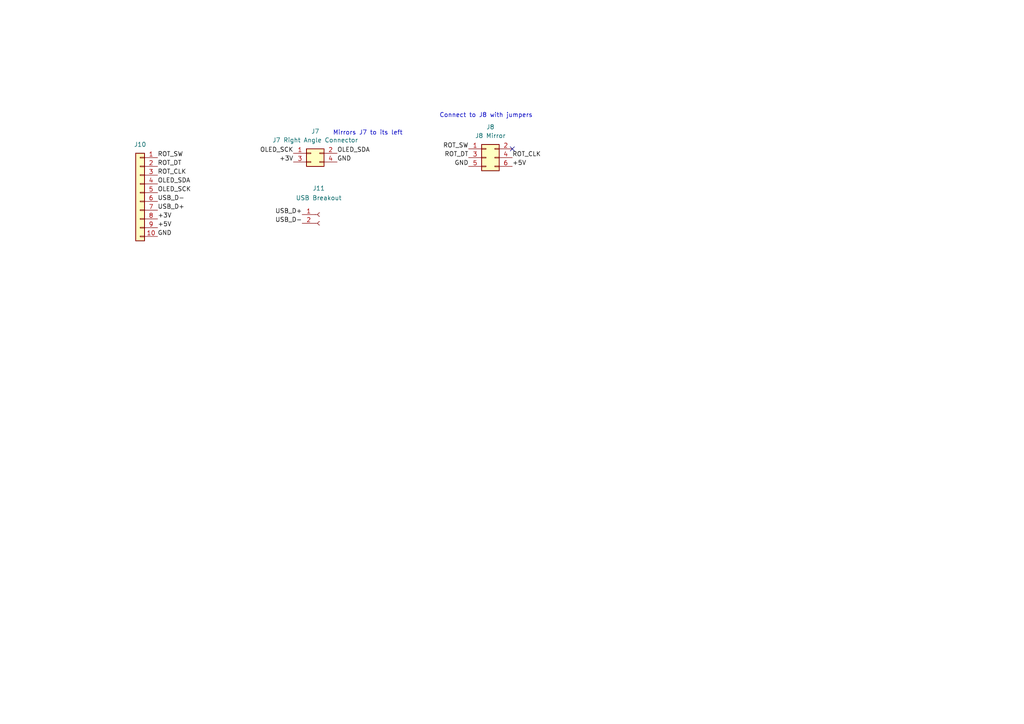
<source format=kicad_sch>
(kicad_sch (version 20231120) (generator "eeschema") (generator_version "8.0")
  (paper "A4")
  (lib_symbols
    (symbol "Connector:Conn_01x02_Socket" (pin_names (offset 1.016) hide)
      (property "Reference" "J" (at 0 2.54 0))
      (property "Value" "Conn_01x02_Socket" (at 0 -5.08 0))
      (symbol "Conn_01x02_Socket_1_1"
        (arc (start 0 -2.032) (mid -0.5058 -2.54) (end 0 -3.048) (stroke (width 0.1524)))
        (polyline (pts (xy -1.27 -2.54) (xy -0.508 -2.54)) (stroke (width 0.1524)))
        (polyline (pts (xy -1.27 0) (xy -0.508 0)) (stroke (width 0.1524)))
        (arc (start 0 0.508) (mid -0.5058 0) (end 0 -0.508) (stroke (width 0.1524)))
        (pin passive line (at -5.08 0 0) (length 3.81) (name "Pin_1") (number "1"))
        (pin passive line (at -5.08 -2.54 0) (length 3.81) (name "Pin_2") (number "2"))
      )
    )
    (symbol "Connector_Generic:Conn_01x10" (pin_names (offset 1.016) hide)
      (property "Reference" "J" (at 0 12.7 0))
      (property "Value" "Conn_01x10" (at 0 -15.24 0))
      (symbol "Conn_01x10_1_1"
        (rectangle (start -1.27 -12.573) (end 0 -12.827) (stroke (width 0.1524)))
        (rectangle (start -1.27 -10.033) (end 0 -10.287) (stroke (width 0.1524)))
        (rectangle (start -1.27 -7.493) (end 0 -7.747) (stroke (width 0.1524)))
        (rectangle (start -1.27 -4.953) (end 0 -5.207) (stroke (width 0.1524)))
        (rectangle (start -1.27 -2.413) (end 0 -2.667) (stroke (width 0.1524)))
        (rectangle (start -1.27 0.127) (end 0 -0.127) (stroke (width 0.1524)))
        (rectangle (start -1.27 2.667) (end 0 2.413) (stroke (width 0.1524)))
        (rectangle (start -1.27 5.207) (end 0 4.953) (stroke (width 0.1524)))
        (rectangle (start -1.27 7.747) (end 0 7.493) (stroke (width 0.1524)))
        (rectangle (start -1.27 10.287) (end 0 10.033) (stroke (width 0.1524)))
        (rectangle (start -1.27 11.43) (end 1.27 -13.97) (stroke (width 0.254)) (fill (type background)))
        (pin passive line (at -5.08 10.16 0) (length 3.81) (name "Pin_1") (number "1"))
        (pin passive line (at -5.08 -12.7 0) (length 3.81) (name "Pin_10") (number "10"))
        (pin passive line (at -5.08 7.62 0) (length 3.81) (name "Pin_2") (number "2"))
        (pin passive line (at -5.08 5.08 0) (length 3.81) (name "Pin_3") (number "3"))
        (pin passive line (at -5.08 2.54 0) (length 3.81) (name "Pin_4") (number "4"))
        (pin passive line (at -5.08 0 0) (length 3.81) (name "Pin_5") (number "5"))
        (pin passive line (at -5.08 -2.54 0) (length 3.81) (name "Pin_6") (number "6"))
        (pin passive line (at -5.08 -5.08 0) (length 3.81) (name "Pin_7") (number "7"))
        (pin passive line (at -5.08 -7.62 0) (length 3.81) (name "Pin_8") (number "8"))
        (pin passive line (at -5.08 -10.16 0) (length 3.81) (name "Pin_9") (number "9"))
      )
    )
    (symbol "Connector_Generic:Conn_02x02_Odd_Even" (pin_names (offset 1.016) hide)
      (property "Reference" "J" (at 1.27 2.54 0))
      (property "Value" "Conn_02x02_Odd_Even" (at 1.27 -5.08 0))
      (symbol "Conn_02x02_Odd_Even_1_1"
        (rectangle (start -1.27 -2.413) (end 0 -2.667) (stroke (width 0.1524)))
        (rectangle (start -1.27 0.127) (end 0 -0.127) (stroke (width 0.1524)))
        (rectangle (start -1.27 1.27) (end 3.81 -3.81) (stroke (width 0.254)) (fill (type background)))
        (rectangle (start 3.81 -2.413) (end 2.54 -2.667) (stroke (width 0.1524)))
        (rectangle (start 3.81 0.127) (end 2.54 -0.127) (stroke (width 0.1524)))
        (pin passive line (at -5.08 0 0) (length 3.81) (name "Pin_1") (number "1"))
        (pin passive line (at 7.62 0 180) (length 3.81) (name "Pin_2") (number "2"))
        (pin passive line (at -5.08 -2.54 0) (length 3.81) (name "Pin_3") (number "3"))
        (pin passive line (at 7.62 -2.54 180) (length 3.81) (name "Pin_4") (number "4"))
      )
    )
    (symbol "Connector_Generic:Conn_02x03_Odd_Even" (pin_names (offset 1.016) hide)
      (property "Reference" "J" (at 1.27 5.08 0))
      (property "Value" "Conn_02x03_Odd_Even" (at 1.27 -5.08 0))
      (symbol "Conn_02x03_Odd_Even_1_1"
        (rectangle (start -1.27 -2.413) (end 0 -2.667) (stroke (width 0.1524)))
        (rectangle (start -1.27 0.127) (end 0 -0.127) (stroke (width 0.1524)))
        (rectangle (start -1.27 2.667) (end 0 2.413) (stroke (width 0.1524)))
        (rectangle (start -1.27 3.81) (end 3.81 -3.81) (stroke (width 0.254)) (fill (type background)))
        (rectangle (start 3.81 -2.413) (end 2.54 -2.667) (stroke (width 0.1524)))
        (rectangle (start 3.81 0.127) (end 2.54 -0.127) (stroke (width 0.1524)))
        (rectangle (start 3.81 2.667) (end 2.54 2.413) (stroke (width 0.1524)))
        (pin passive line (at -5.08 2.54 0) (length 3.81) (name "Pin_1") (number "1"))
        (pin passive line (at 7.62 2.54 180) (length 3.81) (name "Pin_2") (number "2"))
        (pin passive line (at -5.08 0 0) (length 3.81) (name "Pin_3") (number "3"))
        (pin passive line (at 7.62 0 180) (length 3.81) (name "Pin_4") (number "4"))
        (pin passive line (at -5.08 -2.54 0) (length 3.81) (name "Pin_5") (number "5"))
        (pin passive line (at 7.62 -2.54 180) (length 3.81) (name "Pin_6") (number "6"))
      )
    )
  )
  (no_connect (at 148.59 43.18))
  (text "Connect to J8 with jumpers" (at 140.97 33.528 0) (effects (font (size 1.27 1.27))))
  (text "Mirrors J7 to its left" (at 106.68 38.608 0) (effects (font (size 1.27 1.27))))
  (label "GND" (at 45.72 68.58 0))
  (label "+3V" (at 85.09 46.99 180))
  (label "OLED_SCK" (at 45.72 55.88 0))
  (label "+5V" (at 45.72 66.04 0))
  (label "USB_D+" (at 45.72 60.96 0))
  (label "OLED_SDA" (at 45.72 53.34 0))
  (label "USB_D-" (at 45.72 58.42 0))
  (label "USB_D-" (at 87.63 64.77 180))
  (label "ROT_CLK" (at 45.72 50.8 0))
  (label "OLED_SDA" (at 97.79 44.45 0))
  (label "GND" (at 135.89 48.26 180))
  (label "+5V" (at 148.59 48.26 0))
  (label "USB_D+" (at 87.63 62.23 180))
  (label "ROT_DT" (at 135.89 45.72 180))
  (label "ROT_DT" (at 45.72 48.26 0))
  (label "ROT_CLK" (at 148.59 45.72 0))
  (label "OLED_SCK" (at 85.09 44.45 180))
  (label "ROT_SW" (at 45.72 45.72 0))
  (label "GND" (at 97.79 46.99 0))
  (label "ROT_SW" (at 135.89 43.18 180))
  (label "+3V" (at 45.72 63.5 0))
  (symbol (lib_id "Connector_Generic:Conn_02x02_Odd_Even") (at 90.17 44.45 0) (unit 1)
    (property "Reference" "J7" (at 91.44 38.1 0))
    (property "Value" "J7 Right Angle Connector" (at 91.44 40.64 0))
    (property "Footprint" "Connector_PinHeader_2.54mm:PinHeader_2x02_P2.54mm_Vertical" (effects (hide yes)))
    (property "Description" "Generic connector, double row, 02x02, odd/even pin numbering scheme (row 1 odd numbers, row 2 even numbers), script generated (kicad-library-utils/schlib/autogen/connector/)" (effects (hide yes)))
  )
  (symbol (lib_id "Connector_Generic:Conn_01x10") (at 40.64 55.88 0) (mirror y) (unit 1)
    (property "Reference" "J10" (at 40.64 41.91 0))
    (property "Value" "FFC 10x1 0.5mm" (effects (hide yes)))
    (property "Footprint" "Connector_FFC-FPC:Molex_54548-1071_1x10-1MP_P0.5mm_Horizontal" (effects (hide yes)))
  )
  (symbol (lib_id "Connector:Conn_01x02_Socket") (at 92.71 62.23 0) (unit 1)
    (property "Reference" "J11" (at 92.456 54.61 0))
    (property "Value" "USB Breakout" (at 92.456 57.404 0))
    (property "Footprint" "Connector_PinHeader_2.54mm:PinHeader_1x02_P2.54mm_Vertical" (effects (hide yes)))
    (property "Description" "Generic connector, single row, 01x02, script generated" (effects (hide yes)))
  )
  (symbol (lib_id "Connector_Generic:Conn_02x03_Odd_Even") (at 140.97 45.72 0) (unit 1)
    (property "Reference" "J8" (at 142.24 36.83 0))
    (property "Value" "J8 Mirror" (at 142.24 39.37 0))
    (property "Footprint" "Connector_PinHeader_2.54mm:PinHeader_2x03_P2.54mm_Vertical" (effects (hide yes)))
    (property "Description" "Generic connector, double row, 02x03, odd/even pin numbering scheme (row 1 odd numbers, row 2 even numbers), script generated (kicad-library-utils/schlib/autogen/connector/)" (effects (hide yes)))
  )
)
</source>
